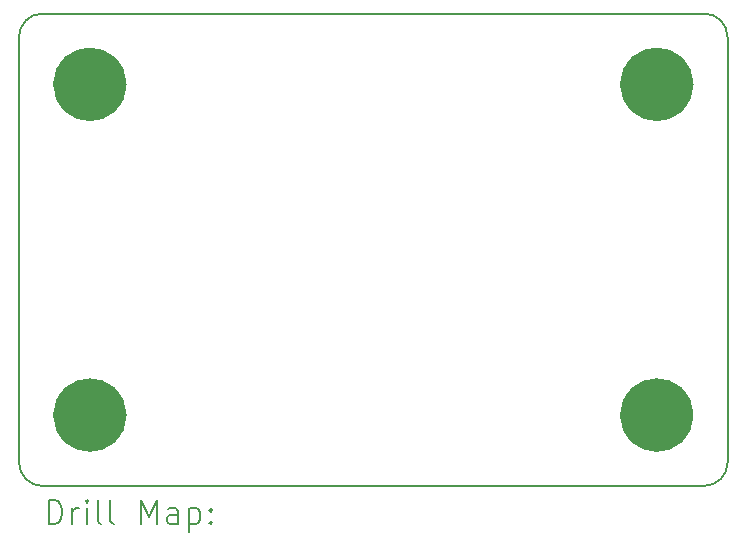
<source format=gbr>
%TF.GenerationSoftware,KiCad,Pcbnew,8.0.6*%
%TF.CreationDate,2025-03-29T16:44:28-07:00*%
%TF.ProjectId,RCA Radio Telescope,52434120-5261-4646-996f-2054656c6573,2.2*%
%TF.SameCoordinates,Original*%
%TF.FileFunction,Drillmap*%
%TF.FilePolarity,Positive*%
%FSLAX45Y45*%
G04 Gerber Fmt 4.5, Leading zero omitted, Abs format (unit mm)*
G04 Created by KiCad (PCBNEW 8.0.6) date 2025-03-29 16:44:28*
%MOMM*%
%LPD*%
G01*
G04 APERTURE LIST*
%ADD10C,3.100000*%
%ADD11C,0.200000*%
G04 APERTURE END LIST*
D10*
X2155000Y-2000000D02*
G75*
G02*
X1845000Y-2000000I-155000J0D01*
G01*
X1845000Y-2000000D02*
G75*
G02*
X2155000Y-2000000I155000J0D01*
G01*
D11*
X7200000Y-1400000D02*
G75*
G02*
X7400000Y-1600000I0J-200000D01*
G01*
X1400000Y-1600000D02*
G75*
G02*
X1600000Y-1400000I200000J0D01*
G01*
X1600000Y-1400000D02*
X7200000Y-1400000D01*
X7400000Y-5200000D02*
G75*
G02*
X7200000Y-5400000I-200000J0D01*
G01*
X7400000Y-1600000D02*
X7400000Y-5200000D01*
D10*
X6955000Y-2000000D02*
G75*
G02*
X6645000Y-2000000I-155000J0D01*
G01*
X6645000Y-2000000D02*
G75*
G02*
X6955000Y-2000000I155000J0D01*
G01*
X6955000Y-4800000D02*
G75*
G02*
X6645000Y-4800000I-155000J0D01*
G01*
X6645000Y-4800000D02*
G75*
G02*
X6955000Y-4800000I155000J0D01*
G01*
D11*
X1600000Y-5400000D02*
G75*
G02*
X1400000Y-5200000I0J200000D01*
G01*
X7200000Y-5400000D02*
X1600000Y-5400000D01*
D10*
X2155000Y-4800000D02*
G75*
G02*
X1845000Y-4800000I-155000J0D01*
G01*
X1845000Y-4800000D02*
G75*
G02*
X2155000Y-4800000I155000J0D01*
G01*
D11*
X1400000Y-5200000D02*
X1400000Y-1600000D01*
X1650777Y-5721484D02*
X1650777Y-5521484D01*
X1650777Y-5521484D02*
X1698396Y-5521484D01*
X1698396Y-5521484D02*
X1726967Y-5531008D01*
X1726967Y-5531008D02*
X1746015Y-5550055D01*
X1746015Y-5550055D02*
X1755539Y-5569103D01*
X1755539Y-5569103D02*
X1765062Y-5607198D01*
X1765062Y-5607198D02*
X1765062Y-5635769D01*
X1765062Y-5635769D02*
X1755539Y-5673865D01*
X1755539Y-5673865D02*
X1746015Y-5692912D01*
X1746015Y-5692912D02*
X1726967Y-5711960D01*
X1726967Y-5711960D02*
X1698396Y-5721484D01*
X1698396Y-5721484D02*
X1650777Y-5721484D01*
X1850777Y-5721484D02*
X1850777Y-5588150D01*
X1850777Y-5626246D02*
X1860301Y-5607198D01*
X1860301Y-5607198D02*
X1869824Y-5597674D01*
X1869824Y-5597674D02*
X1888872Y-5588150D01*
X1888872Y-5588150D02*
X1907920Y-5588150D01*
X1974586Y-5721484D02*
X1974586Y-5588150D01*
X1974586Y-5521484D02*
X1965062Y-5531008D01*
X1965062Y-5531008D02*
X1974586Y-5540531D01*
X1974586Y-5540531D02*
X1984110Y-5531008D01*
X1984110Y-5531008D02*
X1974586Y-5521484D01*
X1974586Y-5521484D02*
X1974586Y-5540531D01*
X2098396Y-5721484D02*
X2079348Y-5711960D01*
X2079348Y-5711960D02*
X2069824Y-5692912D01*
X2069824Y-5692912D02*
X2069824Y-5521484D01*
X2203158Y-5721484D02*
X2184110Y-5711960D01*
X2184110Y-5711960D02*
X2174586Y-5692912D01*
X2174586Y-5692912D02*
X2174586Y-5521484D01*
X2431729Y-5721484D02*
X2431729Y-5521484D01*
X2431729Y-5521484D02*
X2498396Y-5664341D01*
X2498396Y-5664341D02*
X2565063Y-5521484D01*
X2565063Y-5521484D02*
X2565063Y-5721484D01*
X2746015Y-5721484D02*
X2746015Y-5616722D01*
X2746015Y-5616722D02*
X2736491Y-5597674D01*
X2736491Y-5597674D02*
X2717444Y-5588150D01*
X2717444Y-5588150D02*
X2679348Y-5588150D01*
X2679348Y-5588150D02*
X2660301Y-5597674D01*
X2746015Y-5711960D02*
X2726967Y-5721484D01*
X2726967Y-5721484D02*
X2679348Y-5721484D01*
X2679348Y-5721484D02*
X2660301Y-5711960D01*
X2660301Y-5711960D02*
X2650777Y-5692912D01*
X2650777Y-5692912D02*
X2650777Y-5673865D01*
X2650777Y-5673865D02*
X2660301Y-5654817D01*
X2660301Y-5654817D02*
X2679348Y-5645293D01*
X2679348Y-5645293D02*
X2726967Y-5645293D01*
X2726967Y-5645293D02*
X2746015Y-5635769D01*
X2841253Y-5588150D02*
X2841253Y-5788150D01*
X2841253Y-5597674D02*
X2860301Y-5588150D01*
X2860301Y-5588150D02*
X2898396Y-5588150D01*
X2898396Y-5588150D02*
X2917443Y-5597674D01*
X2917443Y-5597674D02*
X2926967Y-5607198D01*
X2926967Y-5607198D02*
X2936491Y-5626246D01*
X2936491Y-5626246D02*
X2936491Y-5683388D01*
X2936491Y-5683388D02*
X2926967Y-5702436D01*
X2926967Y-5702436D02*
X2917443Y-5711960D01*
X2917443Y-5711960D02*
X2898396Y-5721484D01*
X2898396Y-5721484D02*
X2860301Y-5721484D01*
X2860301Y-5721484D02*
X2841253Y-5711960D01*
X3022205Y-5702436D02*
X3031729Y-5711960D01*
X3031729Y-5711960D02*
X3022205Y-5721484D01*
X3022205Y-5721484D02*
X3012682Y-5711960D01*
X3012682Y-5711960D02*
X3022205Y-5702436D01*
X3022205Y-5702436D02*
X3022205Y-5721484D01*
X3022205Y-5597674D02*
X3031729Y-5607198D01*
X3031729Y-5607198D02*
X3022205Y-5616722D01*
X3022205Y-5616722D02*
X3012682Y-5607198D01*
X3012682Y-5607198D02*
X3022205Y-5597674D01*
X3022205Y-5597674D02*
X3022205Y-5616722D01*
M02*

</source>
